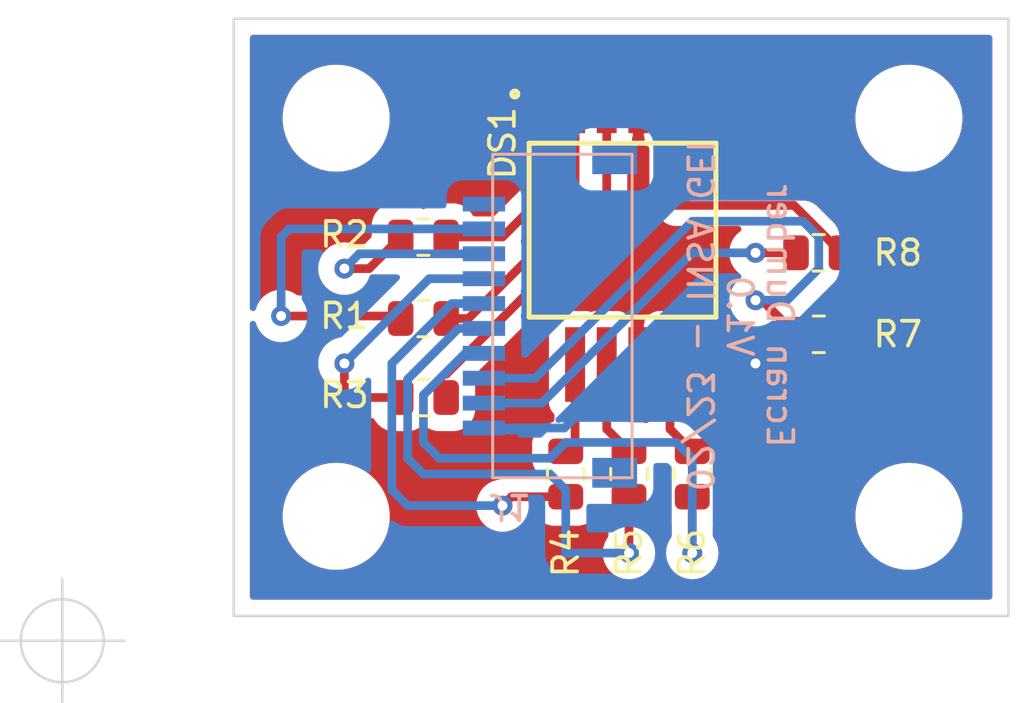
<source format=kicad_pcb>
(kicad_pcb (version 20211014) (generator pcbnew)
  (title_block (title "Ecran pour Dumber") (date "2023-02-17") (rev "V1.0") (company "INSA GEI"))
  (layers (0 "F.Cu" signal) (31 "B.Cu" signal) (34 "B.Paste" user) (35 "F.Paste" user) (36 "B.SilkS" user "B.Silkscreen") (37 "F.SilkS" user "F.Silkscreen") (38 "B.Mask" user) (39 "F.Mask" user) (44 "Edge.Cuts" user))
  (net 0 "")
  (net 1 "Net-(DS1-Pad1)")
  (net 2 "Net-(DS1-Pad2)")
  (net 3 "GND")
  (net 4 "Net-(DS1-Pad3)")
  (net 5 "Net-(DS1-Pad5)")
  (net 6 "Net-(DS1-Pad6)")
  (net 7 "Net-(DS1-Pad8)")
  (net 8 "Net-(DS1-Pad10)")
  (net 9 "Net-(DS1-Pad11)")
  (net 12 "Net-(R1-Pad1)")
  (net 13 "Net-(R2-Pad1)")
  (net 14 "Net-(R3-Pad1)")
  (net 15 "Net-(R4-Pad1)")
  (net 16 "Net-(R5-Pad1)")
  (net 17 "Net-(R6-Pad1)")
  (net 18 "Net-(R7-Pad1)")
  (net 19 "Net-(R8-Pad1)")
  (footprint "Resistor_SMD:R_0805_2012Metric" (layer "F.Cu") (at 111.76 114.3 90)
    (fp_text reference "R5" (at -3.175 0 90) (layer "F.SilkS"))
    (fp_text value "1K")
    (fp_line (start -0.227064 -0.735) (end 0.227064 -0.735) (layer "F.SilkS") (width 0.12))
    (fp_line (start -0.227064 0.735) (end 0.227064 0.735) (layer "F.SilkS") (width 0.12))
    (pad "1" smd roundrect (at -0.9125 0 90) (size 1.025 1.4) (layers "F.Cu" "F.Paste" "F.Mask") (roundrect_rratio 0.243902439) (net 16 "Net-(R5-Pad1)"))
    (pad "2" smd roundrect (at 0.9125 0 90) (size 1.025 1.4) (layers "F.Cu" "F.Paste" "F.Mask") (roundrect_rratio 0.243902439) (net 8 "Net-(DS1-Pad10)"))
  )
  (footprint "Resistor_SMD:R_0805_2012Metric" (layer "F.Cu") (at 109.22 114.3 90)
    (fp_text reference "R4" (at -3.175 0 90) (layer "F.SilkS"))
    (fp_text value "1K")
    (fp_line (start -0.227064 0.735) (end 0.227064 0.735) (layer "F.SilkS") (width 0.12))
    (fp_line (start -0.227064 -0.735) (end 0.227064 -0.735) (layer "F.SilkS") (width 0.12))
    (pad "1" smd roundrect (at -0.9125 0 90) (size 1.025 1.4) (layers "F.Cu" "F.Paste" "F.Mask") (roundrect_rratio 0.243902439) (net 15 "Net-(R4-Pad1)"))
    (pad "2" smd roundrect (at 0.9125 0 90) (size 1.025 1.4) (layers "F.Cu" "F.Paste" "F.Mask") (roundrect_rratio 0.243902439) (net 9 "Net-(DS1-Pad11)"))
  )
  (footprint "MountingHole:MountingHole_3mm" (layer "F.Cu") (at 100 100)
    (fp_text reference "H1" hide)
    (fp_text value "MountingHole" hide)
    (pad "" np_thru_hole circle locked (at 0 0) (size 3 3) (drill 3) (layers *.Cu *.Mask))
  )
  (footprint "Resistor_SMD:R_0805_2012Metric" (layer "F.Cu") (at 119.38 108.685)
    (fp_text reference "R7" (at 3.175 0) (layer "F.SilkS"))
    (fp_text value "1K")
    (fp_line (start -0.227064 -0.735) (end 0.227064 -0.735) (layer "F.SilkS") (width 0.12))
    (fp_line (start -0.227064 0.735) (end 0.227064 0.735) (layer "F.SilkS") (width 0.12))
    (pad "1" smd roundrect (at -0.9125 0) (size 1.025 1.4) (layers "F.Cu" "F.Paste" "F.Mask") (roundrect_rratio 0.243902439) (net 18 "Net-(R7-Pad1)"))
    (pad "2" smd roundrect (at 0.9125 0) (size 1.025 1.4) (layers "F.Cu" "F.Paste" "F.Mask") (roundrect_rratio 0.243902439) (net 6 "Net-(DS1-Pad6)"))
  )
  (footprint "MountingHole:MountingHole_3mm" (layer "F.Cu") (at 123 116)
    (fp_text reference "H3" hide)
    (fp_text value "MountingHole" hide)
    (pad "" np_thru_hole circle locked (at 0 0) (size 3 3) (drill 3) (layers *.Cu *.Mask))
  )
  (footprint "Resistor_SMD:R_0805_2012Metric" (layer "F.Cu") (at 103.505 104.775)
    (fp_text reference "R2" (at -3.175 -0.1) (layer "F.SilkS"))
    (fp_text value "1K")
    (fp_line (start -0.227064 0.735) (end 0.227064 0.735) (layer "F.SilkS") (width 0.12))
    (fp_line (start -0.227064 -0.735) (end 0.227064 -0.735) (layer "F.SilkS") (width 0.12))
    (pad "1" smd roundrect (at -0.9125 0) (size 1.025 1.4) (layers "F.Cu" "F.Paste" "F.Mask") (roundrect_rratio 0.243902439) (net 13 "Net-(R2-Pad1)"))
    (pad "2" smd roundrect (at 0.9125 0) (size 1.025 1.4) (layers "F.Cu" "F.Paste" "F.Mask") (roundrect_rratio 0.243902439) (net 1 "Net-(DS1-Pad1)"))
  )
  (footprint "Resistor_SMD:R_0805_2012Metric" (layer "F.Cu") (at 119.38 105.41)
    (fp_text reference "R8" (at 3.175 0) (layer "F.SilkS"))
    (fp_text value "1K")
    (fp_line (start -0.227064 -0.735) (end 0.227064 -0.735) (layer "F.SilkS") (width 0.12))
    (fp_line (start -0.227064 0.735) (end 0.227064 0.735) (layer "F.SilkS") (width 0.12))
    (pad "1" smd roundrect (at -0.9125 0) (size 1.025 1.4) (layers "F.Cu" "F.Paste" "F.Mask") (roundrect_rratio 0.243902439) (net 19 "Net-(R8-Pad1)"))
    (pad "2" smd roundrect (at 0.9125 0) (size 1.025 1.4) (layers "F.Cu" "F.Paste" "F.Mask") (roundrect_rratio 0.243902439) (net 5 "Net-(DS1-Pad5)"))
  )
  (footprint "Resistor_SMD:R_0805_2012Metric" (layer "F.Cu") (at 114.3 114.3 90)
    (fp_text reference "R6" (at -3.175 0 90) (layer "F.SilkS"))
    (fp_text value "1K")
    (fp_line (start -0.227064 0.735) (end 0.227064 0.735) (layer "F.SilkS") (width 0.12))
    (fp_line (start -0.227064 -0.735) (end 0.227064 -0.735) (layer "F.SilkS") (width 0.12))
    (pad "1" smd roundrect (at -0.9125 0 90) (size 1.025 1.4) (layers "F.Cu" "F.Paste" "F.Mask") (roundrect_rratio 0.243902439) (net 17 "Net-(R6-Pad1)"))
    (pad "2" smd roundrect (at 0.9125 0 90) (size 1.025 1.4) (layers "F.Cu" "F.Paste" "F.Mask") (roundrect_rratio 0.243902439) (net 7 "Net-(DS1-Pad8)"))
  )
  (footprint "Resistor_SMD:R_0805_2012Metric" (layer "F.Cu") (at 103.505 111.225)
    (fp_text reference "R3" (at -3.175 -0.1) (layer "F.SilkS"))
    (fp_text value "1K")
    (fp_line (start -0.227064 -0.735) (end 0.227064 -0.735) (layer "F.SilkS") (width 0.12))
    (fp_line (start -0.227064 0.735) (end 0.227064 0.735) (layer "F.SilkS") (width 0.12))
    (pad "1" smd roundrect (at -0.9125 0) (size 1.025 1.4) (layers "F.Cu" "F.Paste" "F.Mask") (roundrect_rratio 0.243902439) (net 14 "Net-(R3-Pad1)"))
    (pad "2" smd roundrect (at 0.9125 0) (size 1.025 1.4) (layers "F.Cu" "F.Paste" "F.Mask") (roundrect_rratio 0.243902439) (net 4 "Net-(DS1-Pad3)"))
  )
  (footprint "INSA:LED_HDSM-283F" (layer "F.Cu") (at 111.5 104.5)
    (fp_text reference "DS1" (at -4.82 -3.495 90) (layer "F.SilkS") (effects (font (size 1.00311 1.00311))))
    (fp_text value "HDSM-283F" hide)
    (fp_line (start 3.75 -3.495) (end 3.75 3.495) (layer "F.SilkS") (width 0.2))
    (fp_line (start -3.75 3.495) (end -3.75 -3.495) (layer "F.SilkS") (width 0.2))
    (fp_line (start -3.75 -3.495) (end 3.75 -3.495) (layer "F.SilkS") (width 0.2))
    (fp_line (start 3.75 3.495) (end -3.75 3.495) (layer "F.SilkS") (width 0.2))
    (fp_circle (center -4.325 -5.47) (end -4.205 -5.47) (layer "F.SilkS") (width 0.2) (fill none))
    (pad "1" smd rect locked (at -3.175 -5.4 270) (size 3 0.8) (layers "F.Cu" "F.Paste" "F.Mask") (net 1 "Net-(DS1-Pad1)"))
    (pad "2" smd rect locked (at -1.905 -5.4 270) (size 3 0.8) (layers "F.Cu" "F.Paste" "F.Mask") (net 2 "Net-(DS1-Pad2)"))
    (pad "3" smd rect locked (at -0.635 -5.4 270) (size 3 0.8) (layers "F.Cu" "F.Paste" "F.Mask") (net 4 "Net-(DS1-Pad3)"))
    (pad "4" smd rect locked (at 0.635 -5.4 270) (size 3 0.8) (layers "F.Cu" "F.Paste" "F.Mask") (net 3 "GND"))
    (pad "5" smd rect locked (at 1.905 -5.4 270) (size 3 0.8) (layers "F.Cu" "F.Paste" "F.Mask") (net 5 "Net-(DS1-Pad5)"))
    (pad "6" smd rect locked (at 3.175 -5.4 270) (size 3 0.8) (layers "F.Cu" "F.Paste" "F.Mask") (net 6 "Net-(DS1-Pad6)"))
    (pad "7" smd rect locked (at 3.175 5.4 270) (size 3 0.8) (layers "F.Cu" "F.Paste" "F.Mask"))
    (pad "8" smd rect locked (at 1.905 5.4 270) (size 3 0.8) (layers "F.Cu" "F.Paste" "F.Mask") (net 7 "Net-(DS1-Pad8)"))
    (pad "9" smd rect locked (at 0.635 5.4 270) (size 3 0.8) (layers "F.Cu" "F.Paste" "F.Mask") (net 3 "GND"))
    (pad "10" smd rect locked (at -0.635 5.4 270) (size 3 0.8) (layers "F.Cu" "F.Paste" "F.Mask") (net 8 "Net-(DS1-Pad10)"))
    (pad "11" smd rect locked (at -1.905 5.4 270) (size 3 0.8) (layers "F.Cu" "F.Paste" "F.Mask") (net 9 "Net-(DS1-Pad11)"))
  )
  (footprint "MountingHole:MountingHole_3mm" (layer "F.Cu") (at 123 100)
    (fp_text reference "H2" hide)
    (fp_text value "MountingHole" hide)
    (pad "" np_thru_hole circle locked (at 0 0) (size 3 3) (drill 3) (layers *.Cu *.Mask))
  )
  (footprint "MountingHole:MountingHole_3mm" (layer "F.Cu") (at 100 116)
    (fp_text reference "H4" hide)
    (fp_text value "MountingHole" hide)
    (pad "" np_thru_hole circle locked (at 0 0) (size 3 3) (drill 3) (layers *.Cu *.Mask))
  )
  (footprint "Resistor_SMD:R_0805_2012Metric" (layer "F.Cu") (at 103.505 108.05)
    (fp_text reference "R1" (at -3.175 -0.1) (layer "F.SilkS"))
    (fp_text value "1K")
    (fp_line (start -0.227064 -0.735) (end 0.227064 -0.735) (layer "F.SilkS") (width 0.12))
    (fp_line (start -0.227064 0.735) (end 0.227064 0.735) (layer "F.SilkS") (width 0.12))
    (pad "1" smd roundrect (at -0.9125 0) (size 1.025 1.4) (layers "F.Cu" "F.Paste" "F.Mask") (roundrect_rratio 0.243902439) (net 12 "Net-(R1-Pad1)"))
    (pad "2" smd roundrect (at 0.9125 0) (size 1.025 1.4) (layers "F.Cu" "F.Paste" "F.Mask") (roundrect_rratio 0.243902439) (net 2 "Net-(DS1-Pad2)"))
  )
  (footprint "INSA:TE 1-84981-0" (layer "B.Cu") (at 106.285 107.95 -90)
    (fp_text reference "J1" (at 7.67 -0.685 -180 unlocked) (layer "B.SilkS") (effects (justify mirror)))
    (fp_text value "TE 1-84981-0" hide)
    (fp_line (start 6.5 0) (end 6.5 -5.6) (layer "B.SilkS") (width 0.12))
    (fp_line (start -6.5 0) (end 6.5 0) (layer "B.SilkS") (width 0.12))
    (fp_line (start 6.5 -5.6) (end -6.5 -5.6) (layer "B.SilkS") (width 0.12))
    (fp_line (start -6.5 -5.6) (end -6.5 0) (layer "B.SilkS") (width 0.12))
    (pad "1" smd rect locked (at -4.5 0.35 270) (size 0.6 1.7) (layers "B.Cu" "B.Paste" "B.Mask"))
    (pad "2" smd rect locked (at -3.5 0.35 270) (size 0.6 1.7) (layers "B.Cu" "B.Paste" "B.Mask") (net 12 "Net-(R1-Pad1)"))
    (pad "3" smd rect locked (at -2.5 0.35 270) (size 0.6 1.7) (layers "B.Cu" "B.Paste" "B.Mask") (net 13 "Net-(R2-Pad1)"))
    (pad "4" smd rect locked (at -1.5 0.35 270) (size 0.6 1.7) (layers "B.Cu" "B.Paste" "B.Mask") (net 14 "Net-(R3-Pad1)"))
    (pad "5" smd rect locked (at -0.5 0.35 270) (size 0.6 1.7) (layers "B.Cu" "B.Paste" "B.Mask") (net 15 "Net-(R4-Pad1)"))
    (pad "6" smd rect locked (at 0.5 0.35 270) (size 0.6 1.7) (layers "B.Cu" "B.Paste" "B.Mask") (net 16 "Net-(R5-Pad1)"))
    (pad "7" smd rect locked (at 1.5 0.35 270) (size 0.6 1.7) (layers "B.Cu" "B.Paste" "B.Mask") (net 17 "Net-(R6-Pad1)"))
    (pad "8" smd rect locked (at 2.5 0.35 270) (size 0.6 1.7) (layers "B.Cu" "B.Paste" "B.Mask") (net 18 "Net-(R7-Pad1)"))
    (pad "9" smd rect locked (at 3.5 0.35 270) (size 0.6 1.7) (layers "B.Cu" "B.Paste" "B.Mask") (net 19 "Net-(R8-Pad1)"))
    (pad "10" smd rect locked (at 4.5 0.35 270) (size 0.6 1.7) (layers "B.Cu" "B.Paste" "B.Mask") (net 3 "GND"))
    (pad "11" smd rect locked (at 6.3 -4.9 270) (size 1.2 1.8) (layers "B.Cu" "B.Paste" "B.Mask"))
    (pad "11" smd rect locked (at -6.3 -4.9 270) (size 1.2 1.8) (layers "B.Cu" "B.Paste" "B.Mask"))
  )
  (gr_line (start 127 120) (end 95.885 120) (layer "Edge.Cuts") (width 0.1))
  (gr_line (start 127 96) (end 127 120) (layer "Edge.Cuts") (width 0.1))
  (gr_line (start 95.885 120) (end 95.885 96) (layer "Edge.Cuts") (width 0.1))
  (gr_line (start 95.885 96) (end 127 96) (layer "Edge.Cuts") (width 0.1))
  (gr_text "Ecran Dumber\nV1.0\n02/23 - INSA GEI" (at 116.205 107.95 270) (layer "B.SilkS") (effects (font (size 1 1)) (justify mirror)))
  (target plus (at 89 121) (size 5) (width 0.1) (layer "Edge.Cuts"))
  (segment (start 108.325 99.1) (end 108.325 103.13) (width 0.35) (layer "F.Cu") (net 1))
  (segment (start 108.325 103.13) (end 106.68 104.775) (width 0.35) (layer "F.Cu") (net 1))
  (segment (start 106.68 104.775) (end 104.4175 104.775) (width 0.35) (layer "F.Cu") (net 1))
  (segment (start 109.595 103.765) (end 105.31 108.05) (width 0.35) (layer "F.Cu") (net 2))
  (segment (start 109.595 99.1) (end 109.595 103.765) (width 0.35) (layer "F.Cu") (net 2))
  (segment (start 105.31 108.05) (end 104.4175 108.05) (width 0.35) (layer "F.Cu") (net 2))
  (segment (start 115.57 108.585) (end 115.57 107.315) (width 0.35) (layer "F.Cu") (net 3))
  (segment (start 112.135 99.1) (end 112.135 107.575) (width 0.35) (layer "F.Cu") (net 3))
  (segment (start 115.57 107.315) (end 112.395 107.315) (width 0.35) (layer "F.Cu") (net 3))
  (segment (start 112.395 107.315) (end 112.135 107.575) (width 0.35) (layer "F.Cu") (net 3))
  (segment (start 112.135 107.575) (end 112.135 109.9) (width 0.35) (layer "F.Cu") (net 3))
  (segment (start 116.84 109.855) (end 115.57 108.585) (width 0.35) (layer "F.Cu") (net 3))
  (via (at 116.84 109.855) (size 0.8) (drill 0.4) (layers "F.Cu" "B.Cu") (net 3))
  (segment (start 105.935 112.45) (end 109.165 112.45) (width 0.35) (layer "B.Cu") (net 3))
  (segment (start 109.165 112.45) (end 111.76 109.855) (width 0.35) (layer "B.Cu") (net 3))
  (segment (start 111.76 109.855) (end 116.84 109.855) (width 0.35) (layer "B.Cu") (net 3))
  (segment (start 110.865 103.8425) (end 104.4175 110.29) (width 0.35) (layer "F.Cu") (net 4))
  (segment (start 110.865 99.1) (end 110.865 103.8425) (width 0.35) (layer "F.Cu") (net 4))
  (segment (start 118.3875 103.505) (end 113.665 103.505) (width 0.35) (layer "F.Cu") (net 5))
  (segment (start 113.665 103.505) (end 113.405 103.245) (width 0.35) (layer "F.Cu") (net 5))
  (segment (start 113.405 103.245) (end 113.405 99.1) (width 0.35) (layer "F.Cu") (net 5))
  (segment (start 120.2925 105.41) (end 118.3875 103.505) (width 0.35) (layer "F.Cu") (net 5))
  (segment (start 121.92 104.775) (end 119.38 102.235) (width 0.35) (layer "F.Cu") (net 6))
  (segment (start 120.2925 108.685) (end 120.55 108.685) (width 0.35) (layer "F.Cu") (net 6))
  (segment (start 115.57 102.235) (end 114.675 101.34) (width 0.35) (layer "F.Cu") (net 6))
  (segment (start 114.675 101.34) (end 114.675 99.1) (width 0.35) (layer "F.Cu") (net 6))
  (segment (start 119.38 102.235) (end 115.57 102.235) (width 0.35) (layer "F.Cu") (net 6))
  (segment (start 121.92 107.315) (end 121.92 104.775) (width 0.35) (layer "F.Cu") (net 6))
  (segment (start 120.55 108.685) (end 121.92 107.315) (width 0.35) (layer "F.Cu") (net 6))
  (segment (start 113.405 112.4925) (end 114.3 113.3875) (width 0.35) (layer "F.Cu") (net 7))
  (segment (start 113.405 109.9) (end 113.405 112.4925) (width 0.35) (layer "F.Cu") (net 7))
  (segment (start 110.865 112.4925) (end 111.76 113.3875) (width 0.35) (layer "F.Cu") (net 8))
  (segment (start 110.865 109.9) (end 110.865 112.4925) (width 0.35) (layer "F.Cu") (net 8))
  (segment (start 109.595 113.0125) (end 109.22 113.3875) (width 0.35) (layer "F.Cu") (net 9))
  (segment (start 109.595 109.9) (end 109.595 113.0125) (width 0.35) (layer "F.Cu") (net 9))
  (segment (start 97.79 107.95) (end 102.4925 107.95) (width 0.35) (layer "F.Cu") (net 12))
  (segment (start 102.4925 107.95) (end 102.5925 108.05) (width 0.35) (layer "F.Cu") (net 12))
  (via (at 97.79 107.95) (size 0.8) (drill 0.4) (layers "F.Cu" "B.Cu") (net 12))
  (segment (start 98.115 104.45) (end 97.79 104.775) (width 0.35) (layer "B.Cu") (net 12))
  (segment (start 97.79 104.775) (end 97.79 107.95) (width 0.35) (layer "B.Cu") (net 12))
  (segment (start 105.935 104.45) (end 98.115 104.45) (width 0.35) (layer "B.Cu") (net 12))
  (segment (start 100.33 106.045) (end 101.3225 106.045) (width 0.35) (layer "F.Cu") (net 13))
  (segment (start 101.3225 106.045) (end 102.5925 104.775) (width 0.35) (layer "F.Cu") (net 13))
  (via (at 100.33 106.045) (size 0.8) (drill 0.4) (layers "F.Cu" "B.Cu") (net 13))
  (segment (start 105.935 105.45) (end 100.925 105.45) (width 0.35) (layer "B.Cu") (net 13))
  (segment (start 100.925 105.45) (end 100.33 106.045) (width 0.35) (layer "B.Cu") (net 13))
  (segment (start 102.5925 111.225) (end 100.43 111.225) (width 0.35) (layer "F.Cu") (net 14))
  (segment (start 100.33 111.125) (end 100.33 109.855) (width 0.35) (layer "F.Cu") (net 14))
  (segment (start 100.43 111.225) (end 100.33 111.125) (width 0.35) (layer "F.Cu") (net 14))
  (via (at 100.33 109.855) (size 0.8) (drill 0.4) (layers "F.Cu" "B.Cu") (net 14))
  (segment (start 105.935 106.45) (end 103.735 106.45) (width 0.35) (layer "B.Cu") (net 14))
  (segment (start 103.735 106.45) (end 100.33 109.855) (width 0.35) (layer "B.Cu") (net 14))
  (segment (start 107.0375 115.2125) (end 106.68 115.57) (width 0.35) (layer "F.Cu") (net 15))
  (segment (start 109.22 115.2125) (end 107.0375 115.2125) (width 0.35) (layer "F.Cu") (net 15))
  (via (at 106.68 115.57) (size 0.8) (drill 0.4) (layers "F.Cu" "B.Cu") (net 15))
  (segment (start 105.935 107.45) (end 104.64 107.45) (width 0.35) (layer "B.Cu") (net 15))
  (segment (start 102.87 115.57) (end 106.68 115.57) (width 0.35) (layer "B.Cu") (net 15))
  (segment (start 104.64 107.45) (end 102.235 109.855) (width 0.35) (layer "B.Cu") (net 15))
  (segment (start 102.235 109.855) (end 102.235 114.935) (width 0.35) (layer "B.Cu") (net 15))
  (segment (start 102.235 114.935) (end 102.87 115.57) (width 0.35) (layer "B.Cu") (net 15))
  (segment (start 111.76 117.475) (end 111.76 115.2125) (width 0.35) (layer "F.Cu") (net 16))
  (via (at 111.76 117.475) (size 0.8) (drill 0.4) (layers "F.Cu" "B.Cu") (net 16))
  (segment (start 105.935 108.45) (end 104.91 108.45) (width 0.35) (layer "B.Cu") (net 16))
  (segment (start 103.505 114.3) (end 108.585 114.3) (width 0.35) (layer "B.Cu") (net 16))
  (segment (start 102.87 113.665) (end 103.505 114.3) (width 0.35) (layer "B.Cu") (net 16))
  (segment (start 108.585 114.3) (end 109.22 114.935) (width 0.35) (layer "B.Cu") (net 16))
  (segment (start 109.22 114.935) (end 109.22 117.475) (width 0.35) (layer "B.Cu") (net 16))
  (segment (start 109.22 117.475) (end 111.76 117.475) (width 0.35) (layer "B.Cu") (net 16))
  (segment (start 104.91 108.45) (end 102.87 110.49) (width 0.35) (layer "B.Cu") (net 16))
  (segment (start 102.87 110.49) (end 102.87 113.665) (width 0.35) (layer "B.Cu") (net 16))
  (segment (start 114.3 117.475) (end 114.3 115.2125) (width 0.35) (layer "F.Cu") (net 17))
  (via (at 114.3 117.475) (size 0.8) (drill 0.4) (layers "F.Cu" "B.Cu") (net 17))
  (segment (start 113.03 113.03) (end 113.665 113.03) (width 0.35) (layer "B.Cu") (net 17))
  (segment (start 104.14 113.665) (end 108.585 113.665) (width 0.35) (layer "B.Cu") (net 17))
  (segment (start 105.18 109.45) (end 103.505 111.125) (width 0.35) (layer "B.Cu") (net 17))
  (segment (start 114.3 113.665) (end 114.3 117.475) (width 0.35) (layer "B.Cu") (net 17))
  (segment (start 103.505 111.125) (end 103.505 113.03) (width 0.35) (layer "B.Cu") (net 17))
  (segment (start 109.22 113.03) (end 113.03 113.03) (width 0.35) (layer "B.Cu") (net 17))
  (segment (start 113.665 113.03) (end 114.3 113.665) (width 0.35) (layer "B.Cu") (net 17))
  (segment (start 108.585 113.665) (end 109.22 113.03) (width 0.35) (layer "B.Cu") (net 17))
  (segment (start 105.935 109.45) (end 105.18 109.45) (width 0.35) (layer "B.Cu") (net 17))
  (segment (start 103.505 113.03) (end 104.14 113.665) (width 0.35) (layer "B.Cu") (net 17))
  (segment (start 116.84 107.315) (end 117.0975 107.315) (width 0.35) (layer "F.Cu") (net 18))
  (segment (start 117.0975 107.315) (end 118.4675 108.685) (width 0.35) (layer "F.Cu") (net 18))
  (via (at 116.84 107.315) (size 0.8) (drill 0.4) (layers "F.Cu" "B.Cu") (net 18))
  (segment (start 107.99 110.45) (end 113.03 105.41) (width 0.35) (layer "B.Cu") (net 18))
  (segment (start 119.38 104.775) (end 119.38 106.045) (width 0.35) (layer "B.Cu") (net 18))
  (segment (start 113.03 105.41) (end 114.3 104.14) (width 0.35) (layer "B.Cu") (net 18))
  (segment (start 105.935 110.45) (end 107.99 110.45) (width 0.35) (layer "B.Cu") (net 18))
  (segment (start 118.745 104.14) (end 119.38 104.775) (width 0.35) (layer "B.Cu") (net 18))
  (segment (start 114.3 104.14) (end 118.745 104.14) (width 0.35) (layer "B.Cu") (net 18))
  (segment (start 118.11 107.315) (end 116.84 107.315) (width 0.35) (layer "B.Cu") (net 18))
  (segment (start 119.38 106.045) (end 118.11 107.315) (width 0.35) (layer "B.Cu") (net 18))
  (segment (start 116.84 105.41) (end 118.4675 105.41) (width 0.35) (layer "F.Cu") (net 19))
  (via (at 116.84 105.41) (size 0.8) (drill 0.4) (layers "F.Cu" "B.Cu") (net 19))
  (segment (start 108.26 111.45) (end 111.76 107.95) (width 0.35) (layer "B.Cu") (net 19))
  (segment (start 111.76 107.95) (end 114.3 105.41) (width 0.35) (layer "B.Cu") (net 19))
  (segment (start 114.3 105.41) (end 116.84 105.41) (width 0.35) (layer "B.Cu") (net 19))
  (segment (start 105.935 111.45) (end 108.26 111.45) (width 0.35) (layer "B.Cu") (net 19))
  (zone (net 3) (net_name "GND") (layer "F.Cu") (connect_pads (clearance 0.65)) (min_thickness 0.25) (fill yes (thermal_gap 0.508) (thermal_bridge_width 0.508))
    (polygon (pts (xy 127.635 120.65) (xy 95.25 120.65) (xy 95.25 95.25) (xy 127.635 95.25)))
  )
  (zone (net 3) (net_name "GND") (layer "B.Cu") (connect_pads (clearance 0.65)) (min_thickness 0.25) (fill yes (thermal_gap 0.508) (thermal_bridge_width 0.508))
    (polygon (pts (xy 127.635 120.65) (xy 95.25 120.65) (xy 95.25 95.25) (xy 127.635 95.25)))
  )
)
</source>
